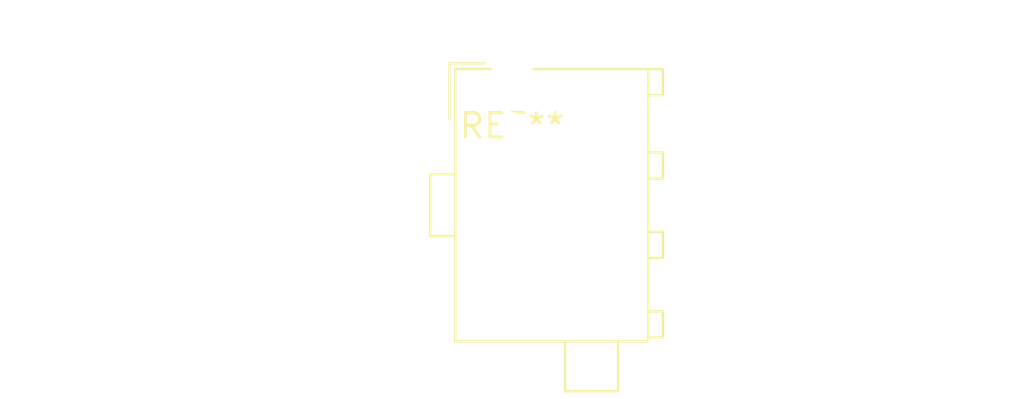
<source format=kicad_pcb>
(kicad_pcb (version 20240108) (generator pcbnew)
  (layers (0 "F.Cu" signal) (31 "B.Cu" signal) (34 "B.Paste" user) (35 "F.Paste" user) (36 "B.SilkS" user "B.Silkscreen") (37 "F.SilkS" user "F.Silkscreen") (38 "B.Mask" user) (39 "F.Mask" user) (44 "Edge.Cuts" user))
  (net 0 "")
  (footprint "TE_MATE-N-LOK_1-770875-x_2x03_P4.14mm_Vertical" (layer "F.Cu") (at 0 0)
    (property "Reference" "REF**")
    (property "Value" "TE_MATE-N-LOK_1-770875-x_2x03_P4.14mm_Vertical")
    (fp_line (start -4.255 2.53) (end -4.255 5.75) (layer "F.SilkS") (stroke (width 0.12)))
    (fp_line (start -4.255 5.75) (end -2.955 5.75) (layer "F.SilkS") (stroke (width 0.12)))
    (fp_line (start -3.255 -3.255) (end -3.255 -0.345) (layer "F.SilkS") (stroke (width 0.12)))
    (fp_line (start -2.955 -2.955) (end -2.955 11.235) (layer "F.SilkS") (stroke (width 0.12)))
    (fp_line (start -2.955 2.53) (end -4.255 2.53) (layer "F.SilkS") (stroke (width 0.12)))
    (fp_line (start -2.955 11.235) (end 0 11.235) (layer "F.SilkS") (stroke (width 0.12)))
    (fp_line (start -1.42066 -3.255) (end -3.255 -3.255) (layer "F.SilkS") (stroke (width 0.12)))
    (fp_line (start -1.103302 -2.955) (end -2.955 -2.955) (layer "F.SilkS") (stroke (width 0.12)))
    (fp_line (start 1.103302 -2.955) (end 7.095 -2.955) (layer "F.SilkS") (stroke (width 0.12)))
    (fp_line (start 2.76 11.235) (end 2.76 13.826) (layer "F.SilkS") (stroke (width 0.12)))
    (fp_line (start 2.76 13.826) (end 5.52 13.826) (layer "F.SilkS") (stroke (width 0.12)))
    (fp_line (start 5.52 13.826) (end 5.52 11.235) (layer "F.SilkS") (stroke (width 0.12)))
    (fp_line (start 7.095 -2.955) (end 7.095 11.235) (layer "F.SilkS") (stroke (width 0.12)))
    (fp_line (start 7.095 -2.955) (end 7.855 -2.955) (layer "F.SilkS") (stroke (width 0.12)))
    (fp_line (start 7.095 1.39) (end 7.855 1.39) (layer "F.SilkS") (stroke (width 0.12)))
    (fp_line (start 7.095 5.53) (end 7.855 5.53) (layer "F.SilkS") (stroke (width 0.12)))
    (fp_line (start 7.095 9.67) (end 7.855 9.67) (layer "F.SilkS") (stroke (width 0.12)))
    (fp_line (start 7.095 11.235) (end 0 11.235) (layer "F.SilkS") (stroke (width 0.12)))
    (fp_line (start 7.855 -2.955) (end 7.855 -1.595) (layer "F.SilkS") (stroke (width 0.12)))
    (fp_line (start 7.855 -1.595) (end 7.095 -1.595) (layer "F.SilkS") (stroke (width 0.12)))
    (fp_line (start 7.855 1.39) (end 7.855 2.75) (layer "F.SilkS") (stroke (width 0.12)))
    (fp_line (start 7.855 2.75) (end 7.095 2.75) (layer "F.SilkS") (stroke (width 0.12)))
    (fp_line (start 7.855 5.53) (end 7.855 6.89) (layer "F.SilkS") (stroke (width 0.12)))
    (fp_line (start 7.855 6.89) (end 7.095 6.89) (layer "F.SilkS") (stroke (width 0.12)))
    (fp_line (start 7.855 9.67) (end 7.855 11.03) (layer "F.SilkS") (stroke (width 0.12)))
    (fp_line (start 7.855 11.03) (end 7.095 11.03) (layer "F.SilkS") (stroke (width 0.12)))
    (pad "" np_thru_hole circle (at 0 -4.44) (size 3.18 3.18) (drill 3.18) (layers *.Cu *.Mask))
    (pad "1" thru_hole roundrect (at 0 0) (size 2.64 2.64) (drill 1.4) (layers *.Cu *.Mask) (remove_unused_layers) (roundrect_rratio 0.094697))
    (pad "2" thru_hole circle (at 0 4.14) (size 2.64 2.64) (drill 1.4) (layers *.Cu *.Mask) (remove_unused_layers))
    (pad "3" thru_hole circle (at 0 8.28) (size 2.64 2.64) (drill 1.4) (layers *.Cu *.Mask) (remove_unused_layers))
    (pad "4" thru_hole circle (at 4.14 0) (size 2.64 2.64) (drill 1.4) (layers *.Cu *.Mask) (remove_unused_layers))
    (pad "5" thru_hole circle (at 4.14 4.14) (size 2.64 2.64) (drill 1.4) (layers *.Cu *.Mask) (remove_unused_layers))
    (pad "6" thru_hole circle (at 4.14 8.28) (size 2.64 2.64) (drill 1.4) (layers *.Cu *.Mask) (remove_unused_layers))
  )
)
</source>
